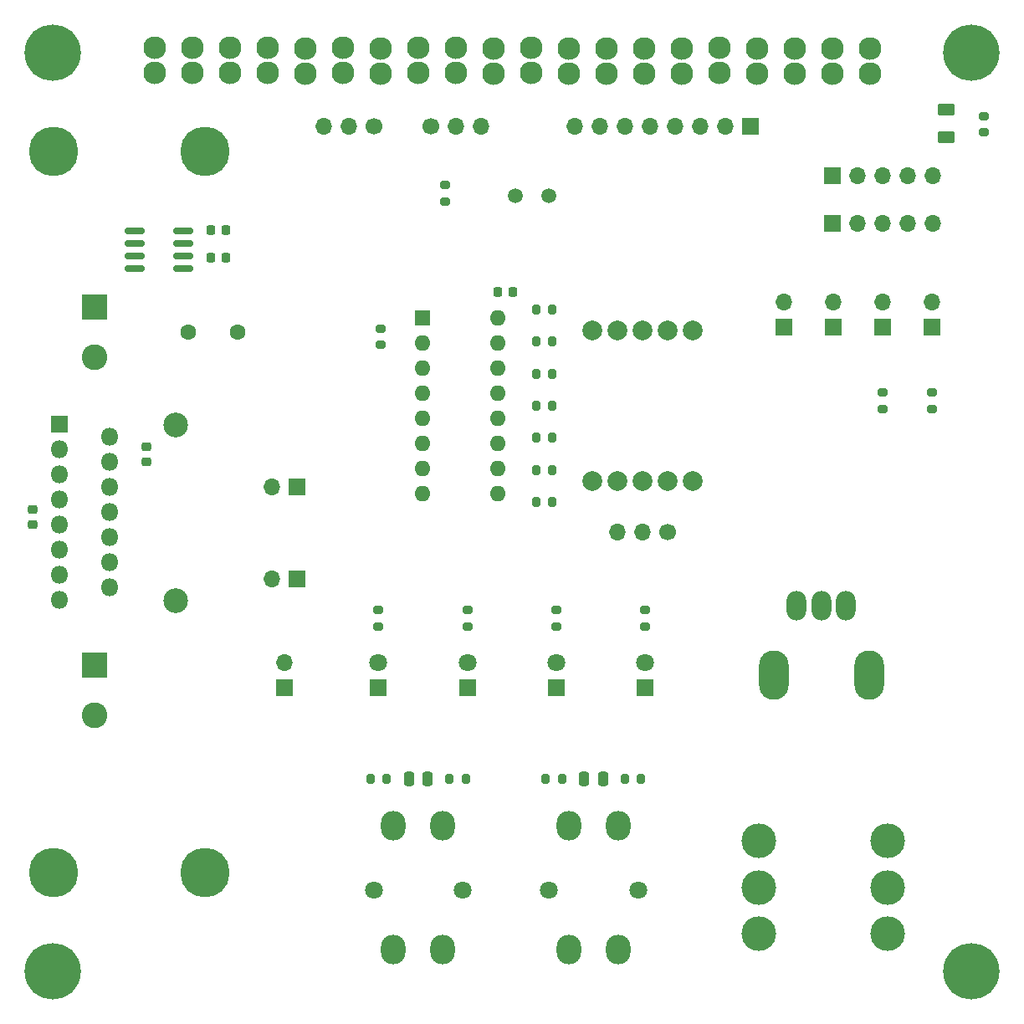
<source format=gbr>
%TF.GenerationSoftware,KiCad,Pcbnew,(6.0.9)*%
%TF.CreationDate,2022-12-19T14:35:32+01:00*%
%TF.ProjectId,myDAQExpansionBoard,6d794441-5145-4787-9061-6e73696f6e42,rev?*%
%TF.SameCoordinates,Original*%
%TF.FileFunction,Soldermask,Top*%
%TF.FilePolarity,Negative*%
%FSLAX46Y46*%
G04 Gerber Fmt 4.6, Leading zero omitted, Abs format (unit mm)*
G04 Created by KiCad (PCBNEW (6.0.9)) date 2022-12-19 14:35:32*
%MOMM*%
%LPD*%
G01*
G04 APERTURE LIST*
G04 Aperture macros list*
%AMRoundRect*
0 Rectangle with rounded corners*
0 $1 Rounding radius*
0 $2 $3 $4 $5 $6 $7 $8 $9 X,Y pos of 4 corners*
0 Add a 4 corners polygon primitive as box body*
4,1,4,$2,$3,$4,$5,$6,$7,$8,$9,$2,$3,0*
0 Add four circle primitives for the rounded corners*
1,1,$1+$1,$2,$3*
1,1,$1+$1,$4,$5*
1,1,$1+$1,$6,$7*
1,1,$1+$1,$8,$9*
0 Add four rect primitives between the rounded corners*
20,1,$1+$1,$2,$3,$4,$5,0*
20,1,$1+$1,$4,$5,$6,$7,0*
20,1,$1+$1,$6,$7,$8,$9,0*
20,1,$1+$1,$8,$9,$2,$3,0*%
G04 Aperture macros list end*
%ADD10R,1.800000X1.800000*%
%ADD11C,1.800000*%
%ADD12RoundRect,0.200000X-0.275000X0.200000X-0.275000X-0.200000X0.275000X-0.200000X0.275000X0.200000X0*%
%ADD13RoundRect,0.200000X-0.200000X-0.275000X0.200000X-0.275000X0.200000X0.275000X-0.200000X0.275000X0*%
%ADD14C,1.600000*%
%ADD15C,5.700000*%
%ADD16R,1.700000X1.700000*%
%ADD17O,1.700000X1.700000*%
%ADD18RoundRect,0.250000X-0.250000X-0.475000X0.250000X-0.475000X0.250000X0.475000X-0.250000X0.475000X0*%
%ADD19RoundRect,0.225000X-0.225000X-0.250000X0.225000X-0.250000X0.225000X0.250000X-0.225000X0.250000X0*%
%ADD20RoundRect,0.200000X0.275000X-0.200000X0.275000X0.200000X-0.275000X0.200000X-0.275000X-0.200000X0*%
%ADD21RoundRect,0.225000X0.250000X-0.225000X0.250000X0.225000X-0.250000X0.225000X-0.250000X-0.225000X0*%
%ADD22C,2.000000*%
%ADD23C,1.700000*%
%ADD24O,3.000000X5.000000*%
%ADD25O,2.000000X3.000000*%
%ADD26C,2.300000*%
%ADD27O,1.800000X1.800000*%
%ADD28C,2.500000*%
%ADD29R,1.600000X1.600000*%
%ADD30O,1.600000X1.600000*%
%ADD31R,2.600000X2.600000*%
%ADD32C,2.600000*%
%ADD33C,5.000000*%
%ADD34C,1.500000*%
%ADD35O,2.500000X3.000000*%
%ADD36C,3.500000*%
%ADD37RoundRect,0.250000X-0.625000X0.375000X-0.625000X-0.375000X0.625000X-0.375000X0.625000X0.375000X0*%
%ADD38RoundRect,0.150000X-0.825000X-0.150000X0.825000X-0.150000X0.825000X0.150000X-0.825000X0.150000X0*%
G04 APERTURE END LIST*
D10*
%TO.C,D2*%
X114737500Y-101512500D03*
D11*
X114737500Y-98972500D03*
%TD*%
D12*
%TO.C,R20*%
X167000000Y-43675000D03*
X167000000Y-45325000D03*
%TD*%
D13*
%TO.C,R3*%
X104925000Y-110800000D03*
X106575000Y-110800000D03*
%TD*%
D14*
%TO.C,C5*%
X86500000Y-65545000D03*
X91500000Y-65545000D03*
%TD*%
D12*
%TO.C,R18*%
X112500000Y-50675000D03*
X112500000Y-52325000D03*
%TD*%
D13*
%TO.C,R8*%
X121675000Y-69750000D03*
X123325000Y-69750000D03*
%TD*%
%TO.C,R11*%
X121675000Y-76250000D03*
X123325000Y-76250000D03*
%TD*%
D15*
%TO.C,H1*%
X72750000Y-37250000D03*
%TD*%
D16*
%TO.C,JP10*%
X97525000Y-90500000D03*
D17*
X94985000Y-90500000D03*
%TD*%
D13*
%TO.C,R10*%
X121675000Y-73000000D03*
X123325000Y-73000000D03*
%TD*%
D18*
%TO.C,CD1*%
X108800000Y-110800000D03*
X110700000Y-110800000D03*
%TD*%
D19*
%TO.C,C3*%
X88750000Y-55250000D03*
X90300000Y-55250000D03*
%TD*%
D20*
%TO.C,R2*%
X156750000Y-73325000D03*
X156750000Y-71675000D03*
%TD*%
D12*
%TO.C,R6*%
X161750000Y-71675000D03*
X161750000Y-73325000D03*
%TD*%
D21*
%TO.C,C2*%
X70750000Y-85025000D03*
X70750000Y-83475000D03*
%TD*%
D22*
%TO.C,U2*%
X127380000Y-80620000D03*
X129920000Y-80620000D03*
X132460000Y-80620000D03*
X135000000Y-80620000D03*
X137540000Y-80620000D03*
X137540000Y-65380000D03*
X135000000Y-65380000D03*
X132460000Y-65380000D03*
X129920000Y-65380000D03*
X127380000Y-65380000D03*
%TD*%
D15*
%TO.C,H4*%
X72750000Y-130250000D03*
%TD*%
D12*
%TO.C,R12*%
X105960000Y-65175000D03*
X105960000Y-66825000D03*
%TD*%
D23*
%TO.C,JP8*%
X111000000Y-44750000D03*
D17*
X113540000Y-44750000D03*
X116080000Y-44750000D03*
%TD*%
D24*
%TO.C,RV1*%
X155360500Y-100237500D03*
X145760500Y-100237500D03*
D25*
X153060500Y-93237500D03*
X150560500Y-93237500D03*
X148060500Y-93237500D03*
%TD*%
D16*
%TO.C,JP5*%
X96250000Y-101525000D03*
D17*
X96250000Y-98985000D03*
%TD*%
D16*
%TO.C,JP4*%
X161750000Y-65000000D03*
D17*
X161750000Y-62460000D03*
%TD*%
D16*
%TO.C,JP9*%
X97525000Y-81205000D03*
D17*
X94985000Y-81205000D03*
%TD*%
D16*
%TO.C,J3*%
X143375000Y-44750000D03*
D17*
X140835000Y-44750000D03*
X138295000Y-44750000D03*
X135755000Y-44750000D03*
X133215000Y-44750000D03*
X130675000Y-44750000D03*
X128135000Y-44750000D03*
X125595000Y-44750000D03*
%TD*%
D16*
%TO.C,J2*%
X151675000Y-54500000D03*
D17*
X154215000Y-54500000D03*
X156755000Y-54500000D03*
X159295000Y-54500000D03*
X161835000Y-54500000D03*
%TD*%
D21*
%TO.C,C4*%
X82250000Y-78675000D03*
X82250000Y-77125000D03*
%TD*%
D12*
%TO.C,R7*%
X123737500Y-93662500D03*
X123737500Y-95312500D03*
%TD*%
D26*
%TO.C,J4*%
X83055000Y-36800000D03*
X83055000Y-39340000D03*
X86865000Y-36760000D03*
X86865000Y-39300000D03*
X90675000Y-39340000D03*
X90675000Y-36800000D03*
X94485000Y-36760000D03*
X94485000Y-39300000D03*
X98295000Y-36840000D03*
X98295000Y-39380000D03*
X102105000Y-36800000D03*
X102105000Y-39340000D03*
X105915000Y-39380000D03*
X105915000Y-36840000D03*
X109725000Y-36800000D03*
X109725000Y-39340000D03*
X113535000Y-36800000D03*
X113535000Y-39340000D03*
X117345000Y-36840000D03*
X117345000Y-39380000D03*
X121155000Y-36800000D03*
X121155000Y-39340000D03*
X124965000Y-39420000D03*
X124965000Y-36880000D03*
X128775000Y-36840000D03*
X128775000Y-39380000D03*
X132585000Y-39420000D03*
X132585000Y-36880000D03*
X136395000Y-39380000D03*
X136395000Y-36840000D03*
X140205000Y-39340000D03*
X140205000Y-36800000D03*
X144015000Y-36880000D03*
X144015000Y-39420000D03*
X147825000Y-39380000D03*
X147825000Y-36840000D03*
X151635000Y-36880000D03*
X151635000Y-39420000D03*
X155445000Y-39380000D03*
X155445000Y-36840000D03*
%TD*%
D10*
%TO.C,U4*%
X73440000Y-74855000D03*
D27*
X78520000Y-76125000D03*
X73440000Y-77395000D03*
X78520000Y-78665000D03*
X73440000Y-79935000D03*
X78520000Y-81205000D03*
X73440000Y-82475000D03*
X78520000Y-83745000D03*
D28*
X85190000Y-92755000D03*
X85190000Y-74955000D03*
D27*
X73440000Y-85015000D03*
X78520000Y-86285000D03*
X73440000Y-87555000D03*
X78520000Y-88825000D03*
X73440000Y-90095000D03*
X78520000Y-91365000D03*
X73440000Y-92635000D03*
%TD*%
D23*
%TO.C,JP7*%
X105275000Y-44750000D03*
D17*
X102735000Y-44750000D03*
X100195000Y-44750000D03*
%TD*%
D12*
%TO.C,R5*%
X114737500Y-93662500D03*
X114737500Y-95312500D03*
%TD*%
D10*
%TO.C,D3*%
X123737500Y-101512500D03*
D11*
X123737500Y-98972500D03*
%TD*%
D29*
%TO.C,U1*%
X110160000Y-64125000D03*
D30*
X110160000Y-66665000D03*
X110160000Y-69205000D03*
X110160000Y-71745000D03*
X110160000Y-74285000D03*
X110160000Y-76825000D03*
X110160000Y-79365000D03*
X110160000Y-81905000D03*
X117780000Y-81905000D03*
X117780000Y-79365000D03*
X117780000Y-76825000D03*
X117780000Y-74285000D03*
X117780000Y-71745000D03*
X117780000Y-69205000D03*
X117780000Y-66665000D03*
X117780000Y-64125000D03*
%TD*%
D31*
%TO.C,J6*%
X77000000Y-99250000D03*
D32*
X77000000Y-104330000D03*
%TD*%
D19*
%TO.C,C6*%
X88750000Y-58000000D03*
X90300000Y-58000000D03*
%TD*%
D12*
%TO.C,R9*%
X132737500Y-93662500D03*
X132737500Y-95312500D03*
%TD*%
D18*
%TO.C,CD2*%
X126550000Y-110800000D03*
X128450000Y-110800000D03*
%TD*%
D12*
%TO.C,R1*%
X105737500Y-93662500D03*
X105737500Y-95312500D03*
%TD*%
D16*
%TO.C,JP1*%
X156750000Y-65025000D03*
D17*
X156750000Y-62485000D03*
%TD*%
D33*
%TO.C,J8*%
X72850000Y-120250000D03*
X88150000Y-120250000D03*
%TD*%
D34*
%TO.C,R17*%
X119550000Y-51750000D03*
X122950000Y-51750000D03*
%TD*%
D11*
%TO.C,SW4*%
X123000000Y-122000000D03*
X132000000Y-122000000D03*
D35*
X130000000Y-115500000D03*
X130000000Y-128000000D03*
X125000000Y-128000000D03*
X125000000Y-115500000D03*
%TD*%
D10*
%TO.C,D1*%
X105737500Y-101512500D03*
D11*
X105737500Y-98972500D03*
%TD*%
D13*
%TO.C,R15*%
X121675000Y-63250000D03*
X123325000Y-63250000D03*
%TD*%
D23*
%TO.C,JP6*%
X135010000Y-85750000D03*
D17*
X132470000Y-85750000D03*
X129930000Y-85750000D03*
%TD*%
D13*
%TO.C,R13*%
X121675000Y-79500000D03*
X123325000Y-79500000D03*
%TD*%
D15*
%TO.C,H3*%
X165750000Y-130250000D03*
%TD*%
D36*
%TO.C,SW1*%
X144250000Y-126450000D03*
X144250000Y-121750000D03*
X144250000Y-117050000D03*
%TD*%
D33*
%TO.C,J7*%
X88150000Y-47250000D03*
X72850000Y-47250000D03*
%TD*%
D36*
%TO.C,SW2*%
X157250000Y-126450000D03*
X157250000Y-121750000D03*
X157250000Y-117050000D03*
%TD*%
D13*
%TO.C,R19*%
X112925000Y-110800000D03*
X114575000Y-110800000D03*
%TD*%
D16*
%TO.C,JP2*%
X146750000Y-65025000D03*
D17*
X146750000Y-62485000D03*
%TD*%
D37*
%TO.C,D14*%
X163150000Y-43050000D03*
X163150000Y-45850000D03*
%TD*%
D16*
%TO.C,JP3*%
X151750000Y-65025000D03*
D17*
X151750000Y-62485000D03*
%TD*%
D11*
%TO.C,SW3*%
X105250000Y-122000000D03*
X114250000Y-122000000D03*
D35*
X112250000Y-128000000D03*
X112250000Y-115500000D03*
X107250000Y-128000000D03*
X107250000Y-115500000D03*
%TD*%
D13*
%TO.C,R4*%
X122675000Y-110800000D03*
X124325000Y-110800000D03*
%TD*%
D10*
%TO.C,D4*%
X132737500Y-101512500D03*
D11*
X132737500Y-98972500D03*
%TD*%
D31*
%TO.C,J5*%
X77000000Y-63000000D03*
D32*
X77000000Y-68080000D03*
%TD*%
D19*
%TO.C,C1*%
X117780000Y-61500000D03*
X119330000Y-61500000D03*
%TD*%
D16*
%TO.C,J1*%
X151675000Y-49750000D03*
D17*
X154215000Y-49750000D03*
X156755000Y-49750000D03*
X159295000Y-49750000D03*
X161835000Y-49750000D03*
%TD*%
D15*
%TO.C,H2*%
X165750000Y-37250000D03*
%TD*%
D13*
%TO.C,R21*%
X130675000Y-110800000D03*
X132325000Y-110800000D03*
%TD*%
D38*
%TO.C,U3*%
X81050000Y-55345000D03*
X81050000Y-56615000D03*
X81050000Y-57885000D03*
X81050000Y-59155000D03*
X86000000Y-59155000D03*
X86000000Y-57885000D03*
X86000000Y-56615000D03*
X86000000Y-55345000D03*
%TD*%
D13*
%TO.C,R16*%
X121675000Y-66500000D03*
X123325000Y-66500000D03*
%TD*%
%TO.C,R14*%
X121675000Y-82750000D03*
X123325000Y-82750000D03*
%TD*%
M02*

</source>
